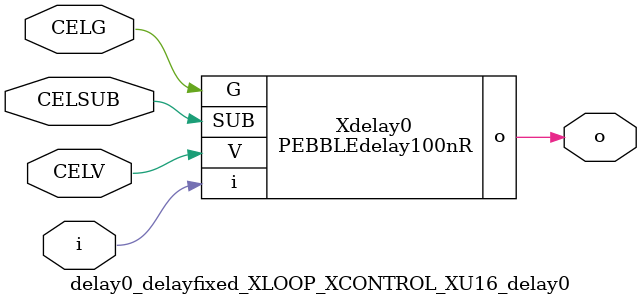
<source format=v>



module PEBBLEdelay100nR ( o, V, G, i, SUB );

  input V;
  input i;
  input G;
  output o;
  input SUB;
endmodule

//Celera Confidential Do Not Copy delay0_delayfixed_XLOOP_XCONTROL_XU16_delay0
//TYPE: fixed 100ns
module delay0_delayfixed_XLOOP_XCONTROL_XU16_delay0 (i, CELV, o,
CELG,CELSUB);
input CELV;
input i;
output o;
input CELSUB;
input CELG;

//Celera Confidential Do Not Copy delayfast0
PEBBLEdelay100nR Xdelay0(
.V (CELV),
.i (i),
.o (o),
.G (CELG),
.SUB (CELSUB)
);
//,diesize,PEBBLEdelay100nR

//Celera Confidential Do Not Copy Module End
//Celera Schematic Generator
endmodule

</source>
